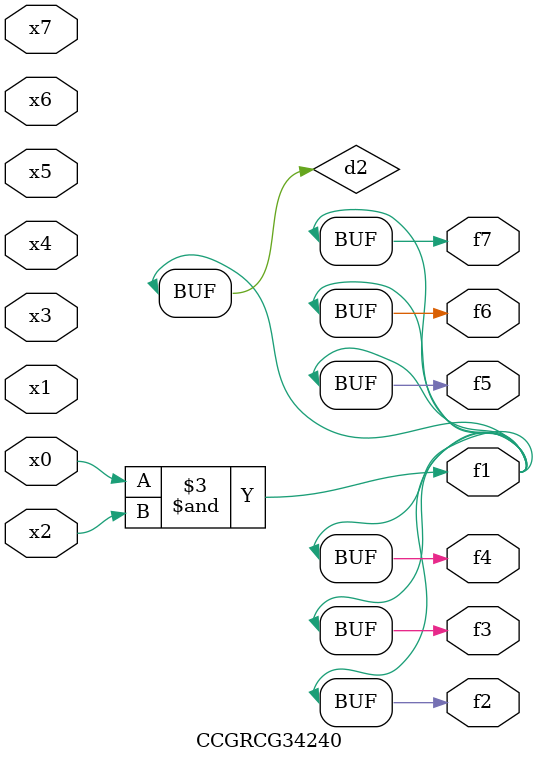
<source format=v>
module CCGRCG34240(
	input x0, x1, x2, x3, x4, x5, x6, x7,
	output f1, f2, f3, f4, f5, f6, f7
);

	wire d1, d2;

	nor (d1, x3, x6);
	and (d2, x0, x2);
	assign f1 = d2;
	assign f2 = d2;
	assign f3 = d2;
	assign f4 = d2;
	assign f5 = d2;
	assign f6 = d2;
	assign f7 = d2;
endmodule

</source>
